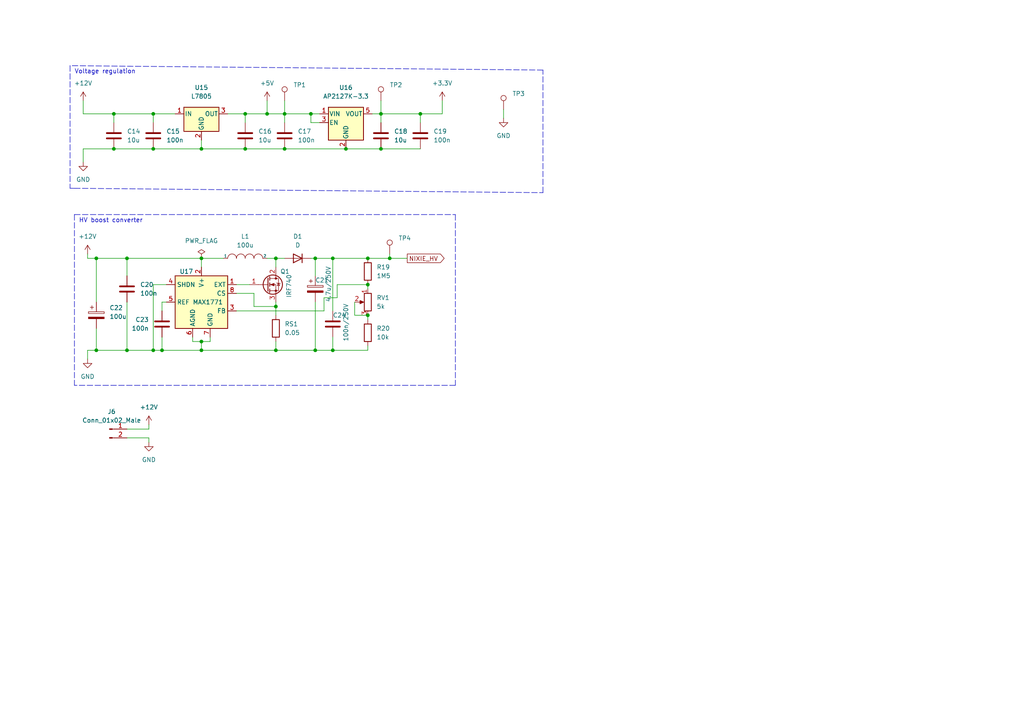
<source format=kicad_sch>
(kicad_sch (version 20211123) (generator eeschema)
  (paper "A4")
  (lib_symbols
    (symbol "Connector:Conn_01x02_Male" (pin_names (offset 1.016) hide)
      (property "Reference" "J" (at 0 2.54 0))
      (property "Value" "Conn_01x02_Male" (at 0 -5.08 0))
      (symbol "Conn_01x02_Male_1_1"
        (polyline (pts (xy 1.27 -2.54) (xy 0.8636 -2.54)) (stroke (width 0.1524)))
        (polyline (pts (xy 1.27 0) (xy 0.8636 0)) (stroke (width 0.1524)))
        (rectangle (start 0.8636 -2.413) (end 0 -2.667) (stroke (width 0.1524)) (fill (type outline)))
        (rectangle (start 0.8636 0.127) (end 0 -0.127) (stroke (width 0.1524)) (fill (type outline)))
        (pin passive line (at 5.08 0 180) (length 3.81) (name "Pin_1") (number "1"))
        (pin passive line (at 5.08 -2.54 180) (length 3.81) (name "Pin_2") (number "2"))
      )
    )
    (symbol "Connector:TestPoint" (pin_numbers hide) (pin_names (offset 0.762) hide)
      (property "Reference" "TP" (at 0 6.858 0))
      (property "Value" "TestPoint" (at 0 5.08 0))
      (symbol "TestPoint_0_1"
        (circle (center 0 3.302) (radius 0.762))
      )
      (symbol "TestPoint_1_1"
        (pin passive line (at 0 0 90) (length 2.54) (name "1") (number "1"))
      )
    )
    (symbol "Device:C" (pin_numbers hide) (pin_names (offset 0.254))
      (property "Reference" "C" (at 0.635 2.54 0))
      (property "Value" "C" (at 0.635 -2.54 0))
      (symbol "C_0_1"
        (polyline (pts (xy -2.032 -0.762) (xy 2.032 -0.762)) (stroke (width 0.508)))
        (polyline (pts (xy -2.032 0.762) (xy 2.032 0.762)) (stroke (width 0.508)))
      )
      (symbol "C_1_1"
        (pin passive line (at 0 3.81 270) (length 2.794) (name "~") (number "1"))
        (pin passive line (at 0 -3.81 90) (length 2.794) (name "~") (number "2"))
      )
    )
    (symbol "Device:C_Polarized" (pin_numbers hide) (pin_names (offset 0.254))
      (property "Reference" "C" (at 0.635 2.54 0))
      (property "Value" "C_Polarized" (at 0.635 -2.54 0))
      (symbol "C_Polarized_0_1"
        (rectangle (start -2.286 0.508) (end 2.286 1.016))
        (polyline (pts (xy -1.778 2.286) (xy -0.762 2.286)))
        (polyline (pts (xy -1.27 2.794) (xy -1.27 1.778)))
        (rectangle (start 2.286 -0.508) (end -2.286 -1.016) (fill (type outline)))
      )
      (symbol "C_Polarized_1_1"
        (pin passive line (at 0 3.81 270) (length 2.794) (name "~") (number "1"))
        (pin passive line (at 0 -3.81 90) (length 2.794) (name "~") (number "2"))
      )
    )
    (symbol "Device:D" (pin_numbers hide) (pin_names (offset 1.016) hide)
      (property "Reference" "D" (at 0 2.54 0))
      (property "Value" "D" (at 0 -2.54 0))
      (symbol "D_0_1"
        (polyline (pts (xy -1.27 1.27) (xy -1.27 -1.27)) (stroke (width 0.254)))
        (polyline (pts (xy 1.27 0) (xy -1.27 0)))
        (polyline (pts (xy 1.27 1.27) (xy 1.27 -1.27) (xy -1.27 0) (xy 1.27 1.27)) (stroke (width 0.254)))
      )
      (symbol "D_1_1"
        (pin passive line (at -3.81 0 0) (length 2.54) (name "K") (number "1"))
        (pin passive line (at 3.81 0 180) (length 2.54) (name "A") (number "2"))
      )
    )
    (symbol "Device:R" (pin_numbers hide) (pin_names (offset 0))
      (property "Reference" "R" (at 2.032 0 90))
      (property "Value" "R" (at 0 0 90))
      (symbol "R_0_1"
        (rectangle (start -1.016 -2.54) (end 1.016 2.54) (stroke (width 0.254)))
      )
      (symbol "R_1_1"
        (pin passive line (at 0 3.81 270) (length 1.27) (name "~") (number "1"))
        (pin passive line (at 0 -3.81 90) (length 1.27) (name "~") (number "2"))
      )
    )
    (symbol "Device:R_Potentiometer" (pin_names (offset 1.016) hide)
      (property "Reference" "RV" (at -4.445 0 90))
      (property "Value" "R_Potentiometer" (at -2.54 0 90))
      (symbol "R_Potentiometer_0_1"
        (polyline (pts (xy 2.54 0) (xy 1.524 0)))
        (polyline (pts (xy 1.143 0) (xy 2.286 0.508) (xy 2.286 -0.508) (xy 1.143 0)) (fill (type outline)))
        (rectangle (start 1.016 2.54) (end -1.016 -2.54) (stroke (width 0.254)))
      )
      (symbol "R_Potentiometer_1_1"
        (pin passive line (at 0 3.81 270) (length 1.27) (name "1") (number "1"))
        (pin passive line (at 3.81 0 180) (length 1.27) (name "2") (number "2"))
        (pin passive line (at 0 -3.81 90) (length 1.27) (name "3") (number "3"))
      )
    )
    (symbol "Regulator_Linear:AP2127K-3.3" (pin_names (offset 0.254))
      (property "Reference" "U" (at -5.08 5.715 0))
      (property "Value" "AP2127K-3.3" (at 0 5.715 0))
      (symbol "AP2127K-3.3_0_1"
        (rectangle (start -5.08 4.445) (end 5.08 -5.08) (stroke (width 0.254)) (fill (type background)))
      )
      (symbol "AP2127K-3.3_1_1"
        (pin power_in line (at -7.62 2.54 0) (length 2.54) (name "VIN") (number "1"))
        (pin power_in line (at 0 -7.62 90) (length 2.54) (name "GND") (number "2"))
        (pin input line (at -7.62 0 0) (length 2.54) (name "EN") (number "3"))
        (pin no_connect line (at 5.08 0 180) (length 2.54) hide (name "NC") (number "4"))
        (pin power_out line (at 7.62 2.54 180) (length 2.54) (name "VOUT") (number "5"))
      )
    )
    (symbol "Regulator_Linear:L7805" (pin_names (offset 0.254))
      (property "Reference" "U" (at -3.81 3.175 0))
      (property "Value" "L7805" (at 0 3.175 0))
      (symbol "L7805_0_1"
        (rectangle (start -5.08 1.905) (end 5.08 -5.08) (stroke (width 0.254)) (fill (type background)))
      )
      (symbol "L7805_1_1"
        (pin power_in line (at -7.62 0 0) (length 2.54) (name "IN") (number "1"))
        (pin power_in line (at 0 -7.62 90) (length 2.54) (name "GND") (number "2"))
        (pin power_out line (at 7.62 0 180) (length 2.54) (name "OUT") (number "3"))
      )
    )
    (symbol "Regulator_Switching:MAX1771xSA"
      (property "Reference" "U" (at -3.81 10.16 0))
      (property "Value" "MAX1771xSA" (at 6.35 10.16 0))
      (symbol "MAX1771xSA_0_1"
        (rectangle (start -7.62 7.62) (end 7.62 -7.62) (stroke (width 0.254)) (fill (type background)))
      )
      (symbol "MAX1771xSA_1_1"
        (pin output line (at 10.16 5.08 180) (length 2.54) (name "EXT") (number "1"))
        (pin power_in line (at 0 10.16 270) (length 2.54) (name "V+") (number "2"))
        (pin input line (at 10.16 -2.54 180) (length 2.54) (name "FB") (number "3"))
        (pin input line (at -10.16 5.08 0) (length 2.54) (name "SHDN") (number "4"))
        (pin passive line (at -10.16 0 0) (length 2.54) (name "REF") (number "5"))
        (pin power_in line (at -2.54 -10.16 90) (length 2.54) (name "AGND") (number "6"))
        (pin power_in line (at 2.54 -10.16 90) (length 2.54) (name "GND") (number "7"))
        (pin input line (at 10.16 2.54 180) (length 2.54) (name "CS") (number "8"))
      )
    )
    (symbol "Transistor_FET:IRF740" (pin_names hide)
      (property "Reference" "Q" (at 6.35 1.905 0))
      (property "Value" "IRF740" (at 6.35 0 0))
      (symbol "IRF740_0_1"
        (polyline (pts (xy 0.254 0) (xy -2.54 0)))
        (polyline (pts (xy 0.254 1.905) (xy 0.254 -1.905)) (stroke (width 0.254)))
        (polyline (pts (xy 0.762 -1.27) (xy 0.762 -2.286)) (stroke (width 0.254)))
        (polyline (pts (xy 0.762 0.508) (xy 0.762 -0.508)) (stroke (width 0.254)))
        (polyline (pts (xy 0.762 2.286) (xy 0.762 1.27)) (stroke (width 0.254)))
        (polyline (pts (xy 2.54 2.54) (xy 2.54 1.778)))
        (polyline (pts (xy 2.54 -2.54) (xy 2.54 0) (xy 0.762 0)))
        (polyline (pts (xy 0.762 -1.778) (xy 3.302 -1.778) (xy 3.302 1.778) (xy 0.762 1.778)))
        (polyline (pts (xy 1.016 0) (xy 2.032 0.381) (xy 2.032 -0.381) (xy 1.016 0)) (fill (type outline)))
        (polyline (pts (xy 2.794 0.508) (xy 2.921 0.381) (xy 3.683 0.381) (xy 3.81 0.254)))
        (polyline (pts (xy 3.302 0.381) (xy 2.921 -0.254) (xy 3.683 -0.254) (xy 3.302 0.381)))
        (circle (center 1.651 0) (radius 2.794) (stroke (width 0.254)))
        (circle (center 2.54 -1.778) (radius 0.254) (fill (type outline)))
        (circle (center 2.54 1.778) (radius 0.254) (fill (type outline)))
      )
      (symbol "IRF740_1_1"
        (pin input line (at -5.08 0 0) (length 2.54) (name "G") (number "1"))
        (pin passive line (at 2.54 5.08 270) (length 2.54) (name "D") (number "2"))
        (pin passive line (at 2.54 -5.08 90) (length 2.54) (name "S") (number "3"))
      )
    )
    (symbol "power:+12V" (power) (pin_names (offset 0))
      (property "Value" "+12V" (at 0 3.556 0))
      (symbol "+12V_0_1"
        (polyline (pts (xy -0.762 1.27) (xy 0 2.54)))
        (polyline (pts (xy 0 0) (xy 0 2.54)))
        (polyline (pts (xy 0 2.54) (xy 0.762 1.27)))
      )
      (symbol "+12V_1_1"
        (pin power_in line (at 0 0 90) (length 0) hide (name "+12V") (number "1"))
      )
    )
    (symbol "power:+3.3V" (power) (pin_names (offset 0))
      (property "Value" "+3.3V" (at 0 3.556 0))
      (symbol "+3.3V_0_1"
        (polyline (pts (xy -0.762 1.27) (xy 0 2.54)))
        (polyline (pts (xy 0 0) (xy 0 2.54)))
        (polyline (pts (xy 0 2.54) (xy 0.762 1.27)))
      )
      (symbol "+3.3V_1_1"
        (pin power_in line (at 0 0 90) (length 0) hide (name "+3.3V") (number "1"))
      )
    )
    (symbol "power:+5V" (power) (pin_names (offset 0))
      (property "Value" "+5V" (at 0 3.556 0))
      (symbol "+5V_0_1"
        (polyline (pts (xy -0.762 1.27) (xy 0 2.54)))
        (polyline (pts (xy 0 0) (xy 0 2.54)))
        (polyline (pts (xy 0 2.54) (xy 0.762 1.27)))
      )
      (symbol "+5V_1_1"
        (pin power_in line (at 0 0 90) (length 0) hide (name "+5V") (number "1"))
      )
    )
    (symbol "power:GND" (power) (pin_names (offset 0))
      (property "Value" "GND" (at 0 -3.81 0))
      (symbol "GND_0_1"
        (polyline (pts (xy 0 0) (xy 0 -1.27) (xy 1.27 -1.27) (xy 0 -2.54) (xy -1.27 -1.27) (xy 0 -1.27)))
      )
      (symbol "GND_1_1"
        (pin power_in line (at 0 0 270) (length 0) hide (name "GND") (number "1"))
      )
    )
    (symbol "power:PWR_FLAG" (power) (pin_numbers hide) (pin_names (offset 0) hide)
      (property "Value" "PWR_FLAG" (at 0 3.81 0))
      (symbol "PWR_FLAG_0_0"
        (pin power_out line (at 0 0 90) (length 0) (name "pwr") (number "1"))
      )
      (symbol "PWR_FLAG_0_1"
        (polyline (pts (xy 0 0) (xy 0 1.27) (xy -1.016 1.905) (xy 0 2.54) (xy 1.016 1.905) (xy 0 1.27)))
      )
    )
    (symbol "pspice:INDUCTOR" (pin_numbers hide) (pin_names (offset 0))
      (property "Reference" "L" (at 0 2.54 0))
      (property "Value" "INDUCTOR" (at 0 -1.27 0))
      (symbol "INDUCTOR_0_1"
        (arc (start -2.54 0) (mid -3.81 1.27) (end -5.08 0))
        (arc (start 0 0) (mid -1.27 1.27) (end -2.54 0))
        (arc (start 2.54 0) (mid 1.27 1.27) (end 0 0))
        (arc (start 5.08 0) (mid 3.81 1.27) (end 2.54 0))
      )
      (symbol "INDUCTOR_1_1"
        (pin input line (at -6.35 0 0) (length 1.27) (name "1") (number "1"))
        (pin input line (at 6.35 0 180) (length 1.27) (name "2") (number "2"))
      )
    )
  )
  (junction (at 44.45 101.6))
  (junction (at 113.03 74.93))
  (junction (at 71.12 43.18))
  (junction (at 106.68 91.44))
  (junction (at 100.33 43.18))
  (junction (at 27.94 74.93))
  (junction (at 82.55 33.02))
  (junction (at 106.68 82.55))
  (junction (at 90.17 33.02))
  (junction (at 77.47 33.02))
  (junction (at 44.45 43.18))
  (junction (at 110.49 43.18))
  (junction (at 80.01 88.9))
  (junction (at 27.94 101.6))
  (junction (at 58.42 43.18))
  (junction (at 71.12 33.02))
  (junction (at 110.49 33.02))
  (junction (at 33.02 43.18))
  (junction (at 58.42 101.6))
  (junction (at 80.01 74.93))
  (junction (at 91.44 101.6))
  (junction (at 96.52 101.6))
  (junction (at 91.44 74.93))
  (junction (at 96.52 74.93))
  (junction (at 80.01 101.6))
  (junction (at 36.83 101.6))
  (junction (at 36.83 74.93))
  (junction (at 44.45 33.02))
  (junction (at 58.42 99.06))
  (junction (at 82.55 43.18))
  (junction (at 106.68 74.93))
  (junction (at 58.42 74.93))
  (junction (at 121.92 33.02))
  (junction (at 33.02 33.02))
  (junction (at 46.99 101.6))
  (wire (pts (xy 50.8 33.02) (xy 44.45 33.02)))
  (wire (pts (xy 46.99 97.79) (xy 46.99 101.6)))
  (wire (pts (xy 46.99 90.17) (xy 46.99 87.63)))
  (wire (pts (xy 90.17 33.02) (xy 92.71 33.02)))
  (wire (pts (xy 100.33 43.18) (xy 110.49 43.18)))
  (wire (pts (xy 36.83 124.46) (xy 43.18 124.46)))
  (wire (pts (xy 48.26 82.55) (xy 44.45 82.55)))
  (wire (pts (xy 27.94 95.25) (xy 27.94 101.6)))
  (wire (pts (xy 43.18 127) (xy 43.18 128.27)))
  (wire (pts (xy 92.71 35.56) (xy 90.17 35.56)))
  (wire (pts (xy 82.55 29.21) (xy 82.55 33.02)))
  (wire (pts (xy 36.83 74.93) (xy 36.83 80.01)))
  (wire (pts (xy 25.4 101.6) (xy 27.94 101.6)))
  (wire (pts (xy 113.03 73.66) (xy 113.03 74.93)))
  (wire (pts (xy 106.68 100.33) (xy 106.68 101.6)))
  (polyline (pts (xy 21.59 54.61) (xy 157.48 55.88)))
  (wire (pts (xy 80.01 74.93) (xy 82.55 74.93)))
  (wire (pts (xy 80.01 101.6) (xy 91.44 101.6)))
  (wire (pts (xy 77.47 29.21) (xy 77.47 33.02)))
  (wire (pts (xy 46.99 101.6) (xy 58.42 101.6)))
  (wire (pts (xy 55.88 99.06) (xy 58.42 99.06)))
  (wire (pts (xy 44.45 82.55) (xy 44.45 101.6)))
  (wire (pts (xy 55.88 97.79) (xy 55.88 99.06)))
  (wire (pts (xy 68.58 82.55) (xy 72.39 82.55)))
  (wire (pts (xy 93.98 86.36) (xy 97.79 86.36)))
  (wire (pts (xy 58.42 40.64) (xy 58.42 43.18)))
  (wire (pts (xy 25.4 104.14) (xy 25.4 101.6)))
  (wire (pts (xy 106.68 82.55) (xy 106.68 83.82)))
  (wire (pts (xy 68.58 85.09) (xy 73.66 85.09)))
  (wire (pts (xy 58.42 77.47) (xy 58.42 74.93)))
  (wire (pts (xy 80.01 88.9) (xy 80.01 91.44)))
  (wire (pts (xy 107.95 33.02) (xy 110.49 33.02)))
  (wire (pts (xy 71.12 43.18) (xy 82.55 43.18)))
  (wire (pts (xy 36.83 74.93) (xy 58.42 74.93)))
  (wire (pts (xy 73.66 88.9) (xy 80.01 88.9)))
  (wire (pts (xy 106.68 91.44) (xy 106.68 92.71)))
  (wire (pts (xy 80.01 99.06) (xy 80.01 101.6)))
  (wire (pts (xy 80.01 74.93) (xy 80.01 77.47)))
  (wire (pts (xy 91.44 87.63) (xy 91.44 101.6)))
  (polyline (pts (xy 157.48 20.32) (xy 20.32 19.05)))
  (wire (pts (xy 44.45 33.02) (xy 44.45 35.56)))
  (wire (pts (xy 58.42 99.06) (xy 58.42 101.6)))
  (wire (pts (xy 58.42 101.6) (xy 80.01 101.6)))
  (wire (pts (xy 36.83 101.6) (xy 44.45 101.6)))
  (polyline (pts (xy 21.59 62.23) (xy 21.59 111.76)))
  (wire (pts (xy 33.02 33.02) (xy 24.13 33.02)))
  (wire (pts (xy 93.98 90.17) (xy 93.98 86.36)))
  (wire (pts (xy 27.94 101.6) (xy 36.83 101.6)))
  (wire (pts (xy 96.52 101.6) (xy 106.68 101.6)))
  (wire (pts (xy 113.03 74.93) (xy 118.11 74.93)))
  (wire (pts (xy 96.52 97.79) (xy 96.52 101.6)))
  (wire (pts (xy 24.13 46.99) (xy 24.13 43.18)))
  (wire (pts (xy 91.44 101.6) (xy 96.52 101.6)))
  (wire (pts (xy 121.92 33.02) (xy 128.27 33.02)))
  (wire (pts (xy 91.44 74.93) (xy 96.52 74.93)))
  (wire (pts (xy 121.92 33.02) (xy 121.92 35.56)))
  (polyline (pts (xy 132.08 111.76) (xy 21.59 111.76)))
  (wire (pts (xy 71.12 33.02) (xy 77.47 33.02)))
  (wire (pts (xy 33.02 43.18) (xy 44.45 43.18)))
  (wire (pts (xy 82.55 33.02) (xy 82.55 35.56)))
  (wire (pts (xy 25.4 74.93) (xy 27.94 74.93)))
  (wire (pts (xy 90.17 74.93) (xy 91.44 74.93)))
  (wire (pts (xy 44.45 101.6) (xy 46.99 101.6)))
  (wire (pts (xy 25.4 73.66) (xy 25.4 74.93)))
  (wire (pts (xy 97.79 82.55) (xy 106.68 82.55)))
  (wire (pts (xy 106.68 74.93) (xy 113.03 74.93)))
  (wire (pts (xy 102.87 87.63) (xy 102.87 91.44)))
  (wire (pts (xy 73.66 85.09) (xy 73.66 88.9)))
  (wire (pts (xy 110.49 43.18) (xy 121.92 43.18)))
  (wire (pts (xy 58.42 74.93) (xy 64.77 74.93)))
  (wire (pts (xy 24.13 33.02) (xy 24.13 29.21)))
  (polyline (pts (xy 20.32 54.61) (xy 21.59 54.61)))
  (wire (pts (xy 128.27 29.21) (xy 128.27 33.02)))
  (wire (pts (xy 80.01 88.9) (xy 80.01 87.63)))
  (wire (pts (xy 36.83 87.63) (xy 36.83 101.6)))
  (wire (pts (xy 97.79 86.36) (xy 97.79 82.55)))
  (wire (pts (xy 96.52 90.17) (xy 96.52 74.93)))
  (wire (pts (xy 43.18 124.46) (xy 43.18 123.19)))
  (polyline (pts (xy 20.32 19.05) (xy 20.32 54.61)))
  (wire (pts (xy 24.13 43.18) (xy 33.02 43.18)))
  (wire (pts (xy 66.04 33.02) (xy 71.12 33.02)))
  (polyline (pts (xy 132.08 62.23) (xy 132.08 111.76)))
  (polyline (pts (xy 21.59 62.23) (xy 132.08 62.23)))
  (wire (pts (xy 110.49 29.21) (xy 110.49 33.02)))
  (wire (pts (xy 91.44 74.93) (xy 91.44 80.01)))
  (wire (pts (xy 71.12 33.02) (xy 71.12 35.56)))
  (wire (pts (xy 110.49 33.02) (xy 121.92 33.02)))
  (wire (pts (xy 110.49 33.02) (xy 110.49 35.56)))
  (wire (pts (xy 96.52 74.93) (xy 106.68 74.93)))
  (wire (pts (xy 90.17 35.56) (xy 90.17 33.02)))
  (wire (pts (xy 58.42 43.18) (xy 71.12 43.18)))
  (wire (pts (xy 33.02 33.02) (xy 33.02 35.56)))
  (wire (pts (xy 82.55 43.18) (xy 100.33 43.18)))
  (wire (pts (xy 27.94 87.63) (xy 27.94 74.93)))
  (wire (pts (xy 82.55 33.02) (xy 90.17 33.02)))
  (wire (pts (xy 36.83 127) (xy 43.18 127)))
  (wire (pts (xy 60.96 99.06) (xy 60.96 97.79)))
  (wire (pts (xy 27.94 74.93) (xy 36.83 74.93)))
  (wire (pts (xy 77.47 33.02) (xy 82.55 33.02)))
  (wire (pts (xy 46.99 87.63) (xy 48.26 87.63)))
  (wire (pts (xy 58.42 99.06) (xy 60.96 99.06)))
  (wire (pts (xy 146.05 34.29) (xy 146.05 31.75)))
  (wire (pts (xy 102.87 91.44) (xy 106.68 91.44)))
  (polyline (pts (xy 157.48 55.88) (xy 157.48 20.32)))
  (wire (pts (xy 44.45 33.02) (xy 33.02 33.02)))
  (wire (pts (xy 44.45 43.18) (xy 58.42 43.18)))
  (wire (pts (xy 68.58 90.17) (xy 93.98 90.17)))
  (wire (pts (xy 77.47 74.93) (xy 80.01 74.93)))
  (text "Voltage regulation" (at 21.59 21.59 0) (effects (font (size 1.27 1.27)) (justify left bottom)))
  (text "HV boost converter" (at 22.86 64.77 0) (effects (font (size 1.27 1.27)) (justify left bottom)))
  (global_label "NIXIE_HV" (shape output) (at 118.11 74.93 0) (property "Intersheet References" "${INTERSHEET_REFS}" (effects hide)))
  (symbol (lib_id "power:+5V") (at 77.47 29.21 0) (unit 1)
    (property "Reference" "#PWR041" (effects hide))
    (property "Value" "+5V" (at 77.47 24.13 0))
  )
  (symbol (lib_id "Device:C") (at 71.12 39.37 180) (unit 1)
    (property "Reference" "C16" (at 74.93 38.0999 0) (effects (justify right)))
    (property "Value" "10u" (at 74.93 40.6399 0) (effects (justify right)))
    (property "Footprint" "Capacitor_SMD:C_0805_2012Metric_Pad1.18x1.45mm_HandSolder" (effects hide))
    (property "LCSC" "C1713" (effects hide))
  )
  (symbol (lib_id "Device:C") (at 121.92 39.37 180) (unit 1)
    (property "Reference" "C19" (at 125.73 38.0999 0) (effects (justify right)))
    (property "Value" "100n" (at 125.73 40.6399 0) (effects (justify right)))
    (property "Footprint" "Capacitor_SMD:C_0805_2012Metric_Pad1.18x1.45mm_HandSolder" (effects hide))
    (property "LCSC" "C396718" (effects hide))
  )
  (symbol (lib_id "Device:C") (at 96.52 93.98 0) (unit 1)
    (property "Reference" "C24" (at 96.52 91.44 0) (effects (justify left)))
    (property "Value" "100n/250V" (at 100.33 99.06 90) (effects (justify left)))
    (property "Footprint" "Capacitor_SMD:C_1210_3225Metric" (effects hide))
    (property "LCSC" "C52020" (effects hide))
  )
  (symbol (lib_id "Device:C") (at 82.55 39.37 180) (unit 1)
    (property "Reference" "C17" (at 86.36 38.0999 0) (effects (justify right)))
    (property "Value" "100n" (at 86.36 40.6399 0) (effects (justify right)))
    (property "Footprint" "Capacitor_SMD:C_0805_2012Metric_Pad1.18x1.45mm_HandSolder" (effects hide))
    (property "LCSC" "C396718" (effects hide))
  )
  (symbol (lib_id "power:GND") (at 146.05 34.29 0) (unit 1)
    (property "Reference" "#PWR043" (effects hide))
    (property "Value" "GND" (at 146.05 39.37 0))
  )
  (symbol (lib_id "Device:C") (at 33.02 39.37 180) (unit 1)
    (property "Reference" "C14" (at 36.83 38.0999 0) (effects (justify right)))
    (property "Value" "10u" (at 36.83 40.6399 0) (effects (justify right)))
    (property "Footprint" "Capacitor_SMD:C_0805_2012Metric_Pad1.18x1.45mm_HandSolder" (effects hide))
    (property "LCSC" "C1713" (effects hide))
  )
  (symbol (lib_id "Device:C") (at 44.45 39.37 180) (unit 1)
    (property "Reference" "C15" (at 48.26 38.0999 0) (effects (justify right)))
    (property "Value" "100n" (at 48.26 40.6399 0) (effects (justify right)))
    (property "Footprint" "Capacitor_SMD:C_0805_2012Metric_Pad1.18x1.45mm_HandSolder" (effects hide))
    (property "LCSC" "C396718" (effects hide))
  )
  (symbol (lib_id "Transistor_FET:IRF740") (at 77.47 82.55 0) (unit 1)
    (property "Reference" "Q1" (at 81.28 78.74 0) (effects (justify left)))
    (property "Value" "IRF740" (at 83.82 86.36 90) (effects (justify left)))
    (property "Footprint" "Package_TO_SOT_SMD:TO-263-2" (effects hide))
    (property "Datasheet" "http://www.vishay.com/docs/91054/91054.pdf" (effects hide))
    (property "LCSC" "C39238" (effects hide))
  )
  (symbol (lib_id "power:+12V") (at 25.4 73.66 0) (unit 1)
    (property "Reference" "#PWR045" (effects hide))
    (property "Value" "+12V" (at 25.4 68.58 0))
  )
  (symbol (lib_id "Regulator_Linear:AP2127K-3.3") (at 100.33 35.56 0) (unit 1)
    (property "Reference" "U16" (at 100.33 25.4 0))
    (property "Value" "AP2127K-3.3" (at 100.33 27.94 0))
    (property "Footprint" "Package_TO_SOT_SMD:SOT-23-5" (effects hide))
    (property "Datasheet" "https://www.diodes.com/assets/Datasheets/AP2127.pdf" (effects hide))
    (property "LCSC" "C156285" (effects hide))
  )
  (symbol (lib_id "Device:C") (at 46.99 93.98 0) (mirror x) (unit 1)
    (property "Reference" "C23" (at 43.18 92.7099 0) (effects (justify right)))
    (property "Value" "100n" (at 43.18 95.2499 0) (effects (justify right)))
    (property "Footprint" "Capacitor_SMD:C_0805_2012Metric_Pad1.18x1.45mm_HandSolder" (effects hide))
    (property "LCSC" "C396718" (effects hide))
  )
  (symbol (lib_id "power:PWR_FLAG") (at 58.42 74.93 0) (unit 1)
    (property "Reference" "#FLG0104" (effects hide))
    (property "Value" "PWR_FLAG" (at 58.42 69.85 0))
  )
  (symbol (lib_id "power:+3.3V") (at 128.27 29.21 0) (unit 1)
    (property "Reference" "#PWR042" (effects hide))
    (property "Value" "+3.3V" (at 128.27 24.13 0))
  )
  (symbol (lib_id "Regulator_Switching:MAX1771xSA") (at 58.42 87.63 0) (unit 1)
    (property "Reference" "U17" (at 52.07 78.74 0) (effects (justify left)))
    (property "Value" "MAX1771" (at 55.88 87.63 0) (effects (justify left)))
    (property "Footprint" "Package_SO:SO-8_5.3x6.2mm_P1.27mm" (effects hide))
    (property "Datasheet" "https://datasheets.maximintegrated.com/en/ds/MAX1771.pdf" (effects hide))
    (property "LCSC" "C407903" (effects hide))
  )
  (symbol (lib_id "pspice:INDUCTOR") (at 71.12 74.93 0) (unit 1)
    (property "Reference" "L1" (at 71.12 68.58 0))
    (property "Value" "100u" (at 71.12 71.12 0))
    (property "Footprint" "Inductor_SMD:L_10.4x10.4_H4.8" (effects hide))
    (property "LCSC" "C2962892" (effects hide))
  )
  (symbol (lib_id "Connector:Conn_01x02_Male") (at 31.75 124.46 0) (unit 1)
    (property "Reference" "J6" (at 32.385 119.38 0))
    (property "Value" "Conn_01x02_Male" (at 32.385 121.92 0))
    (property "Footprint" "Connector_PinSocket_2.54mm:PinSocket_1x02_P2.54mm_Vertical" (effects hide))
    (property "LCSC" "NOPLACE" (effects hide))
  )
  (symbol (lib_id "Device:C") (at 36.83 83.82 0) (unit 1)
    (property "Reference" "C20" (at 40.64 82.5499 0) (effects (justify left)))
    (property "Value" "100n" (at 40.64 85.0899 0) (effects (justify left)))
    (property "Footprint" "Capacitor_SMD:C_0805_2012Metric_Pad1.18x1.45mm_HandSolder" (effects hide))
    (property "LCSC" "C396718" (effects hide))
  )
  (symbol (lib_id "power:+12V") (at 24.13 29.21 0) (unit 1)
    (property "Reference" "#PWR040" (effects hide))
    (property "Value" "+12V" (at 24.13 24.13 0))
  )
  (symbol (lib_id "Device:R") (at 80.01 95.25 0) (unit 1)
    (property "Reference" "RS1" (at 82.55 93.9799 0) (effects (justify left)))
    (property "Value" "0.05" (at 82.55 96.5199 0) (effects (justify left)))
    (property "Footprint" "Resistor_SMD:R_1206_3216Metric_Pad1.30x1.75mm_HandSolder" (effects hide))
    (property "LCSC" "C149662" (effects hide))
  )
  (symbol (lib_id "Device:C_Polarized") (at 27.94 91.44 0) (unit 1)
    (property "Reference" "C22" (at 31.75 89.2809 0) (effects (justify left)))
    (property "Value" "100u" (at 31.75 91.8209 0) (effects (justify left)))
    (property "Footprint" "Capacitor_Tantalum_SMD:CP_EIA-7343-15_Kemet-W" (effects hide))
    (property "LCSC" "C122302" (effects hide))
  )
  (symbol (lib_id "Connector:TestPoint") (at 110.49 29.21 0) (unit 1)
    (property "Reference" "TP2" (at 113.03 24.6379 0) (effects (justify left)))
    (property "Value" "3V3" (effects hide))
    (property "Footprint" "TestPoint:TestPoint_Pad_1.5x1.5mm" (effects hide))
    (property "LCSC" "NOPLACE" (effects hide))
  )
  (symbol (lib_id "Regulator_Linear:L7805") (at 58.42 33.02 0) (unit 1)
    (property "Reference" "U15" (at 58.42 25.4 0))
    (property "Value" "L7805" (at 58.42 27.94 0))
    (property "Footprint" "Package_TO_SOT_SMD:TO-252-2" (effects hide))
    (property "Datasheet" "http://www.st.com/content/ccc/resource/technical/document/datasheet/41/4f/b3/b0/12/d4/47/88/CD00000444.pdf/files/CD00000444.pdf/jcr:content/translations/en.CD00000444.pdf" (effects hide))
    (property "LCSC" "C310413" (effects hide))
  )
  (symbol (lib_id "Device:C") (at 110.49 39.37 180) (unit 1)
    (property "Reference" "C18" (at 114.3 38.0999 0) (effects (justify right)))
    (property "Value" "10u" (at 114.3 40.6399 0) (effects (justify right)))
    (property "Footprint" "Capacitor_SMD:C_0805_2012Metric_Pad1.18x1.45mm_HandSolder" (effects hide))
    (property "LCSC" "C1713" (effects hide))
  )
  (symbol (lib_id "Connector:TestPoint") (at 113.03 73.66 0) (unit 1)
    (property "Reference" "TP4" (at 115.57 69.0879 0) (effects (justify left)))
    (property "Value" "HV" (effects hide))
    (property "Footprint" "TestPoint:TestPoint_Pad_1.5x1.5mm" (effects hide))
    (property "LCSC" "NOPLACE" (effects hide))
  )
  (symbol (lib_id "Device:R_Potentiometer") (at 106.68 87.63 0) (mirror y) (unit 1)
    (property "Reference" "RV1" (at 109.22 86.3599 0) (effects (justify right)))
    (property "Value" "5k" (at 109.22 88.8999 0) (effects (justify right)))
    (property "Footprint" "Potentiometer_THT:Potentiometer_Bourns_3296P_Horizontal" (effects hide))
    (property "LCSC" "C780227" (effects hide))
  )
  (symbol (lib_id "power:+12V") (at 43.18 123.19 0) (unit 1)
    (property "Reference" "#PWR047" (effects hide))
    (property "Value" "+12V" (at 43.18 118.11 0))
  )
  (symbol (lib_id "Device:R") (at 106.68 78.74 0) (unit 1)
    (property "Reference" "R19" (at 109.22 77.4699 0) (effects (justify left)))
    (property "Value" "1M5" (at 109.22 80.0099 0) (effects (justify left)))
    (property "Footprint" "Resistor_SMD:R_0805_2012Metric_Pad1.20x1.40mm_HandSolder" (effects hide))
    (property "LCSC" "C137463" (effects hide))
  )
  (symbol (lib_id "power:GND") (at 24.13 46.99 0) (unit 1)
    (property "Reference" "#PWR044" (effects hide))
    (property "Value" "GND" (at 24.13 52.07 0))
  )
  (symbol (lib_id "Connector:TestPoint") (at 146.05 31.75 0) (unit 1)
    (property "Reference" "TP3" (at 148.59 27.1779 0) (effects (justify left)))
    (property "Value" "GND" (effects hide))
    (property "Footprint" "TestPoint:TestPoint_Pad_1.5x1.5mm" (effects hide))
    (property "LCSC" "NOPLACE" (effects hide))
  )
  (symbol (lib_id "power:GND") (at 25.4 104.14 0) (unit 1)
    (property "Reference" "#PWR046" (effects hide))
    (property "Value" "GND" (at 25.4 109.22 0))
  )
  (symbol (lib_id "Connector:TestPoint") (at 82.55 29.21 0) (unit 1)
    (property "Reference" "TP1" (at 85.09 24.6379 0) (effects (justify left)))
    (property "Value" "5V0" (effects hide))
    (property "Footprint" "TestPoint:TestPoint_Pad_1.5x1.5mm" (effects hide))
    (property "LCSC" "NOPLACE" (effects hide))
  )
  (symbol (lib_id "power:GND") (at 43.18 128.27 0) (unit 1)
    (property "Reference" "#PWR048" (effects hide))
    (property "Value" "GND" (at 43.18 133.35 0))
  )
  (symbol (lib_id "Device:D") (at 86.36 74.93 180) (unit 1)
    (property "Reference" "D1" (at 86.36 68.58 0))
    (property "Value" "D" (at 86.36 71.12 0))
    (property "Footprint" "Diode_SMD:D_SMB" (effects hide))
    (property "LCSC" "C145321" (effects hide))
  )
  (symbol (lib_id "Device:R") (at 106.68 96.52 0) (unit 1)
    (property "Reference" "R20" (at 109.22 95.2499 0) (effects (justify left)))
    (property "Value" "10k" (at 109.22 97.7899 0) (effects (justify left)))
    (property "Footprint" "Resistor_SMD:R_0805_2012Metric_Pad1.20x1.40mm_HandSolder" (effects hide))
    (property "LCSC" "C17414" (effects hide))
  )
  (symbol (lib_id "Device:C_Polarized") (at 91.44 83.82 0) (unit 1)
    (property "Reference" "C21" (at 91.44 81.28 0) (effects (justify left)))
    (property "Value" "4.7u/250V" (at 95.25 87.63 90) (effects (justify left)))
    (property "Footprint" "Capacitor_SMD:C_Elec_8x10.2" (effects hide))
    (property "LCSC" "C88702" (effects hide))
  )
)
</source>
